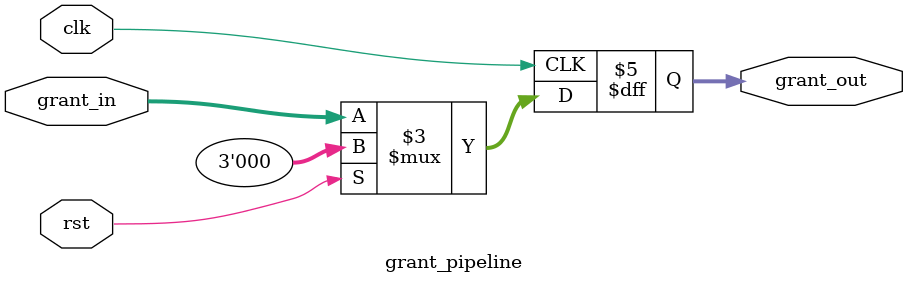
<source format=sv>
module int_ctrl_delayed #(
    parameter CYCLE = 4  // 增加流水线深度
)(
    input clk, rst,
    input [7:0] req_in,
    output [2:0] delayed_grant
);
    // 内部连线
    wire [7:0] req_stage1;
    wire [7:0] req_stage2;
    wire [7:0] req_stage3;
    wire [7:0] req_stage4;
    wire [2:0] grant_stage1;
    
    // 实例化流水线寄存器子模块
    request_pipeline #(
        .STAGES(CYCLE)
    ) req_pipeline_inst (
        .clk(clk),
        .rst(rst),
        .req_in(req_in),
        .req_stage1(req_stage1),
        .req_stage2(req_stage2),
        .req_stage3(req_stage3),
        .req_stage4(req_stage4)
    );
    
    // 实例化优先编码器子模块
    priority_encoder encoder_inst (
        .req_in(req_stage4),
        .grant_out(grant_stage1)
    );
    
    // 将优先编码器输出添加到流水线
    grant_pipeline grant_pipe_inst (
        .clk(clk),
        .rst(rst),
        .grant_in(grant_stage1),
        .grant_out(delayed_grant)
    );
endmodule

// 流水线寄存器子模块
module request_pipeline #(
    parameter STAGES = 4
)(
    input clk,
    input rst,
    input [7:0] req_in,
    output reg [7:0] req_stage1,
    output reg [7:0] req_stage2,
    output reg [7:0] req_stage3,
    output reg [7:0] req_stage4
);
    // 实现流水线寄存器
    always @(posedge clk) begin
        if(rst) begin
            req_stage1 <= 8'b0;
            req_stage2 <= 8'b0;
            req_stage3 <= 8'b0;
            req_stage4 <= 8'b0;
        end else begin
            req_stage1 <= req_in;
            req_stage2 <= req_stage1;
            req_stage3 <= req_stage2;
            req_stage4 <= req_stage3;
        end
    end
endmodule

// 优先编码器子模块 - 将逻辑分为两个阶段
module priority_encoder (
    input [7:0] req_in,
    output reg [2:0] grant_out
);
    // 对输入进行编码，分解复杂逻辑为更简单的组合逻辑
    reg [3:0] upper_priority;
    reg [3:0] lower_priority;
    
    always @(*) begin
        // 第一阶段：预处理优先级
        upper_priority[3] = req_in[7];
        upper_priority[2] = ~req_in[7] & req_in[6];
        upper_priority[1] = ~req_in[7] & ~req_in[6] & req_in[5];
        upper_priority[0] = ~req_in[7] & ~req_in[6] & ~req_in[5] & req_in[4];
        
        lower_priority[3] = req_in[3];
        lower_priority[2] = ~req_in[3] & req_in[2];
        lower_priority[1] = ~req_in[3] & ~req_in[2] & req_in[1];
        lower_priority[0] = ~req_in[3] & ~req_in[2] & ~req_in[1] & req_in[0];
        
        // 第二阶段：最终优先级编码
        if (|upper_priority) begin
            if (upper_priority[3])
                grant_out = 3'd7;
            else if (upper_priority[2])
                grant_out = 3'd6;
            else if (upper_priority[1])
                grant_out = 3'd5;
            else
                grant_out = 3'd4;
        end else begin
            if (lower_priority[3])
                grant_out = 3'd3;
            else if (lower_priority[2])
                grant_out = 3'd2;
            else if (lower_priority[1])
                grant_out = 3'd1;
            else
                grant_out = 3'd0;
        end
    end
endmodule

// 新增的grant输出流水线寄存器
module grant_pipeline (
    input clk,
    input rst,
    input [2:0] grant_in,
    output reg [2:0] grant_out
);
    // 编码器输出的流水线寄存
    always @(posedge clk) begin
        if(rst) begin
            grant_out <= 3'b0;
        end else begin
            grant_out <= grant_in;
        end
    end
endmodule
</source>
